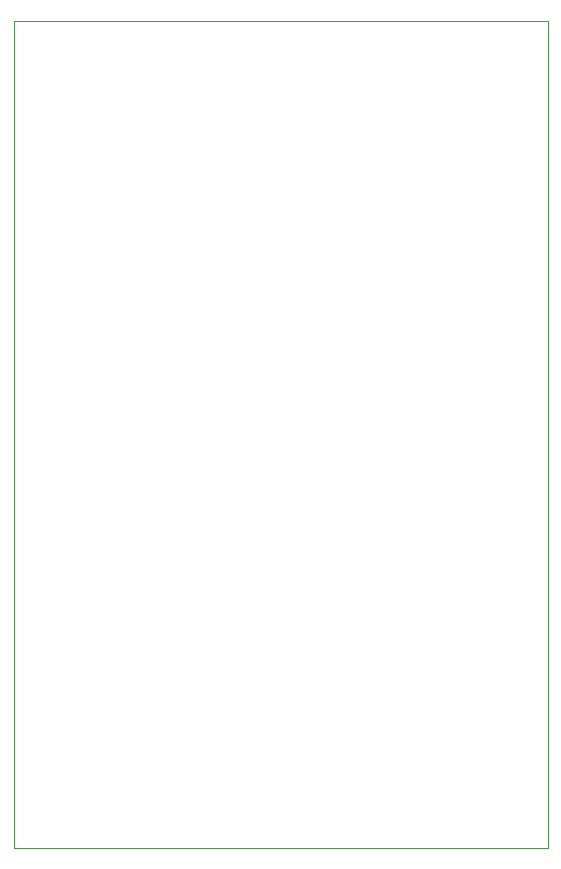
<source format=gbr>
%TF.GenerationSoftware,KiCad,Pcbnew,5.1.6-c6e7f7d~87~ubuntu18.04.1*%
%TF.CreationDate,2021-01-11T16:49:14+13:00*%
%TF.ProjectId,Dual Output Converter,4475616c-204f-4757-9470-757420436f6e,rev?*%
%TF.SameCoordinates,Original*%
%TF.FileFunction,Profile,NP*%
%FSLAX46Y46*%
G04 Gerber Fmt 4.6, Leading zero omitted, Abs format (unit mm)*
G04 Created by KiCad (PCBNEW 5.1.6-c6e7f7d~87~ubuntu18.04.1) date 2021-01-11 16:49:14*
%MOMM*%
%LPD*%
G01*
G04 APERTURE LIST*
%TA.AperFunction,Profile*%
%ADD10C,0.050000*%
%TD*%
G04 APERTURE END LIST*
D10*
X109372400Y-121767600D02*
X64135000Y-121767600D01*
X109372400Y-51739800D02*
X109372400Y-121767600D01*
X64135000Y-51739800D02*
X109372400Y-51739800D01*
X64135000Y-121767600D02*
X64135000Y-51739800D01*
M02*

</source>
